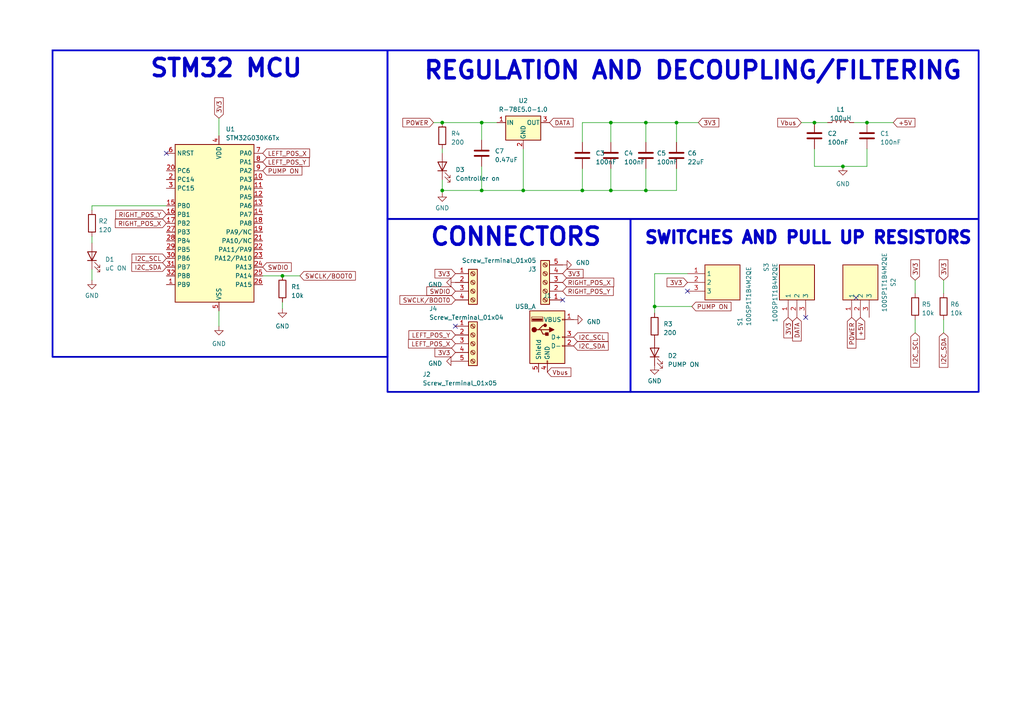
<source format=kicad_sch>
(kicad_sch (version 20230121) (generator eeschema)
  (paper "A4")
  (title_block (title "TEAM WHITE CONTROLLER") (rev "1"))
  (lib_symbols
    (symbol "100SP1T1B4M2QE:100SP1T1B4M2QE"
      (property "Reference" "S" (at 16.51 7.62 0))
      (property "Value" "100SP1T1B4M2QE" (at 16.51 5.08 0))
      (symbol "100SP1T1B4M2QE_1_1"
        (rectangle (start 5.08 2.54) (end 15.24 -7.62) (stroke (width 0.254)) (fill (type background)))
        (pin passive line (at 0 0 0) (length 5.08) (name "1") (number "1"))
        (pin passive line (at 0 -2.54 0) (length 5.08) (name "2") (number "2"))
        (pin passive line (at 0 -5.08 0) (length 5.08) (name "3") (number "3"))
      )
    )
    (symbol "Connector:Screw_Terminal_01x04" (pin_names (offset 1.016) hide)
      (property "Reference" "J" (at 0 5.08 0))
      (property "Value" "Screw_Terminal_01x04" (at 0 -7.62 0))
      (symbol "Screw_Terminal_01x04_1_1"
        (rectangle (start -1.27 3.81) (end 1.27 -6.35) (stroke (width 0.254)) (fill (type background)))
        (circle (center 0 -5.08) (radius 0.635) (stroke (width 0.1524)))
        (circle (center 0 -2.54) (radius 0.635) (stroke (width 0.1524)))
        (polyline (pts (xy -0.5334 -4.7498) (xy 0.3302 -5.588)) (stroke (width 0.1524)))
        (polyline (pts (xy -0.5334 -2.2098) (xy 0.3302 -3.048)) (stroke (width 0.1524)))
        (polyline (pts (xy -0.5334 0.3302) (xy 0.3302 -0.508)) (stroke (width 0.1524)))
        (polyline (pts (xy -0.5334 2.8702) (xy 0.3302 2.032)) (stroke (width 0.1524)))
        (polyline (pts (xy -0.3556 -4.572) (xy 0.508 -5.4102)) (stroke (width 0.1524)))
        (polyline (pts (xy -0.3556 -2.032) (xy 0.508 -2.8702)) (stroke (width 0.1524)))
        (polyline (pts (xy -0.3556 0.508) (xy 0.508 -0.3302)) (stroke (width 0.1524)))
        (polyline (pts (xy -0.3556 3.048) (xy 0.508 2.2098)) (stroke (width 0.1524)))
        (circle (center 0 0) (radius 0.635) (stroke (width 0.1524)))
        (circle (center 0 2.54) (radius 0.635) (stroke (width 0.1524)))
        (pin passive line (at -5.08 2.54 0) (length 3.81) (name "Pin_1") (number "1"))
        (pin passive line (at -5.08 0 0) (length 3.81) (name "Pin_2") (number "2"))
        (pin passive line (at -5.08 -2.54 0) (length 3.81) (name "Pin_3") (number "3"))
        (pin passive line (at -5.08 -5.08 0) (length 3.81) (name "Pin_4") (number "4"))
      )
    )
    (symbol "Connector:Screw_Terminal_01x05" (pin_names (offset 1.016) hide)
      (property "Reference" "J" (at 0 7.62 0))
      (property "Value" "Screw_Terminal_01x05" (at 0 -7.62 0))
      (symbol "Screw_Terminal_01x05_1_1"
        (rectangle (start -1.27 6.35) (end 1.27 -6.35) (stroke (width 0.254)) (fill (type background)))
        (circle (center 0 -5.08) (radius 0.635) (stroke (width 0.1524)))
        (circle (center 0 -2.54) (radius 0.635) (stroke (width 0.1524)))
        (polyline (pts (xy -0.5334 -4.7498) (xy 0.3302 -5.588)) (stroke (width 0.1524)))
        (polyline (pts (xy -0.5334 -2.2098) (xy 0.3302 -3.048)) (stroke (width 0.1524)))
        (polyline (pts (xy -0.5334 0.3302) (xy 0.3302 -0.508)) (stroke (width 0.1524)))
        (polyline (pts (xy -0.5334 2.8702) (xy 0.3302 2.032)) (stroke (width 0.1524)))
        (polyline (pts (xy -0.5334 5.4102) (xy 0.3302 4.572)) (stroke (width 0.1524)))
        (polyline (pts (xy -0.3556 -4.572) (xy 0.508 -5.4102)) (stroke (width 0.1524)))
        (polyline (pts (xy -0.3556 -2.032) (xy 0.508 -2.8702)) (stroke (width 0.1524)))
        (polyline (pts (xy -0.3556 0.508) (xy 0.508 -0.3302)) (stroke (width 0.1524)))
        (polyline (pts (xy -0.3556 3.048) (xy 0.508 2.2098)) (stroke (width 0.1524)))
        (polyline (pts (xy -0.3556 5.588) (xy 0.508 4.7498)) (stroke (width 0.1524)))
        (circle (center 0 0) (radius 0.635) (stroke (width 0.1524)))
        (circle (center 0 2.54) (radius 0.635) (stroke (width 0.1524)))
        (circle (center 0 5.08) (radius 0.635) (stroke (width 0.1524)))
        (pin passive line (at -5.08 5.08 0) (length 3.81) (name "Pin_1") (number "1"))
        (pin passive line (at -5.08 2.54 0) (length 3.81) (name "Pin_2") (number "2"))
        (pin passive line (at -5.08 0 0) (length 3.81) (name "Pin_3") (number "3"))
        (pin passive line (at -5.08 -2.54 0) (length 3.81) (name "Pin_4") (number "4"))
        (pin passive line (at -5.08 -5.08 0) (length 3.81) (name "Pin_5") (number "5"))
      )
    )
    (symbol "Connector:USB_A" (pin_names (offset 1.016))
      (property "Reference" "J" (at -5.08 11.43 0))
      (property "Value" "USB_A" (at -5.08 8.89 0))
      (symbol "USB_A_0_1"
        (rectangle (start -5.08 -7.62) (end 5.08 7.62) (stroke (width 0.254)) (fill (type background)))
        (circle (center -3.81 2.159) (radius 0.635) (stroke (width 0.254)) (fill (type outline)))
        (rectangle (start -1.524 4.826) (end -4.318 5.334) (fill (type outline)))
        (rectangle (start -1.27 4.572) (end -4.572 5.842))
        (circle (center -0.635 3.429) (radius 0.381) (stroke (width 0.254)) (fill (type outline)))
        (rectangle (start -0.127 -7.62) (end 0.127 -6.858))
        (polyline (pts (xy -3.175 2.159) (xy -2.54 2.159) (xy -1.27 3.429) (xy -0.635 3.429)) (stroke (width 0.254)))
        (polyline (pts (xy -2.54 2.159) (xy -1.905 2.159) (xy -1.27 0.889) (xy 0 0.889)) (stroke (width 0.254)))
        (polyline (pts (xy 0.635 2.794) (xy 0.635 1.524) (xy 1.905 2.159) (xy 0.635 2.794)) (stroke (width 0.254)) (fill (type outline)))
        (rectangle (start 0.254 1.27) (end -0.508 0.508) (stroke (width 0.254)) (fill (type outline)))
        (rectangle (start 5.08 -2.667) (end 4.318 -2.413))
        (rectangle (start 5.08 -0.127) (end 4.318 0.127))
        (rectangle (start 5.08 4.953) (end 4.318 5.207))
      )
      (symbol "USB_A_1_1"
        (polyline (pts (xy -1.905 2.159) (xy 0.635 2.159)) (stroke (width 0.254)))
        (pin power_in line (at 7.62 5.08 180) (length 2.54) (name "VBUS") (number "1"))
        (pin bidirectional line (at 7.62 -2.54 180) (length 2.54) (name "D-") (number "2"))
        (pin bidirectional line (at 7.62 0 180) (length 2.54) (name "D+") (number "3"))
        (pin power_in line (at 0 -10.16 90) (length 2.54) (name "GND") (number "4"))
        (pin passive line (at -2.54 -10.16 90) (length 2.54) (name "Shield") (number "5"))
      )
    )
    (symbol "Device:C" (pin_numbers hide) (pin_names (offset 0.254))
      (property "Reference" "C" (at 0.635 2.54 0))
      (property "Value" "C" (at 0.635 -2.54 0))
      (symbol "C_0_1"
        (polyline (pts (xy -2.032 -0.762) (xy 2.032 -0.762)) (stroke (width 0.508)))
        (polyline (pts (xy -2.032 0.762) (xy 2.032 0.762)) (stroke (width 0.508)))
      )
      (symbol "C_1_1"
        (pin passive line (at 0 3.81 270) (length 2.794) (name "~") (number "1"))
        (pin passive line (at 0 -3.81 90) (length 2.794) (name "~") (number "2"))
      )
    )
    (symbol "Device:L" (pin_numbers hide) (pin_names (offset 1.016) hide)
      (property "Reference" "L" (at -1.27 0 90))
      (property "Value" "L" (at 1.905 0 90))
      (symbol "L_0_1"
        (arc (start 0 -2.54) (mid 0.6323 -1.905) (end 0 -1.27))
        (arc (start 0 -1.27) (mid 0.6323 -0.635) (end 0 0))
        (arc (start 0 0) (mid 0.6323 0.635) (end 0 1.27))
        (arc (start 0 1.27) (mid 0.6323 1.905) (end 0 2.54))
      )
      (symbol "L_1_1"
        (pin passive line (at 0 3.81 270) (length 1.27) (name "1") (number "1"))
        (pin passive line (at 0 -3.81 90) (length 1.27) (name "2") (number "2"))
      )
    )
    (symbol "Device:LED" (pin_numbers hide) (pin_names (offset 1.016) hide)
      (property "Reference" "D" (at 0 2.54 0))
      (property "Value" "LED" (at 0 -2.54 0))
      (symbol "LED_0_1"
        (polyline (pts (xy -1.27 -1.27) (xy -1.27 1.27)) (stroke (width 0.254)))
        (polyline (pts (xy -1.27 0) (xy 1.27 0)))
        (polyline (pts (xy 1.27 -1.27) (xy 1.27 1.27) (xy -1.27 0) (xy 1.27 -1.27)) (stroke (width 0.254)))
        (polyline (pts (xy -3.048 -0.762) (xy -4.572 -2.286) (xy -3.81 -2.286) (xy -4.572 -2.286) (xy -4.572 -1.524)))
        (polyline (pts (xy -1.778 -0.762) (xy -3.302 -2.286) (xy -2.54 -2.286) (xy -3.302 -2.286) (xy -3.302 -1.524)))
      )
      (symbol "LED_1_1"
        (pin passive line (at -3.81 0 0) (length 2.54) (name "K") (number "1"))
        (pin passive line (at 3.81 0 180) (length 2.54) (name "A") (number "2"))
      )
    )
    (symbol "Device:R" (pin_numbers hide) (pin_names (offset 0))
      (property "Reference" "R" (at 2.032 0 90))
      (property "Value" "R" (at 0 0 90))
      (symbol "R_0_1"
        (rectangle (start -1.016 -2.54) (end 1.016 2.54) (stroke (width 0.254)))
      )
      (symbol "R_1_1"
        (pin passive line (at 0 3.81 270) (length 1.27) (name "~") (number "1"))
        (pin passive line (at 0 -3.81 90) (length 1.27) (name "~") (number "2"))
      )
    )
    (symbol "MCU_ST_STM32G0:STM32G030K6Tx"
      (property "Reference" "U" (at -10.16 24.13 0))
      (property "Value" "STM32G030K6Tx" (at 5.08 24.13 0))
      (symbol "STM32G030K6Tx_0_1"
        (rectangle (start -10.16 -22.86) (end 12.7 22.86) (stroke (width 0.254)) (fill (type background)))
      )
      (symbol "STM32G030K6Tx_1_1"
        (pin bidirectional line (at -12.7 -17.78 0) (length 2.54) (name "PB9") (number "1"))
        (pin bidirectional line (at 15.24 12.7 180) (length 2.54) (name "PA3") (number "10"))
        (pin bidirectional line (at 15.24 10.16 180) (length 2.54) (name "PA4") (number "11"))
        (pin bidirectional line (at 15.24 7.62 180) (length 2.54) (name "PA5") (number "12"))
        (pin bidirectional line (at 15.24 5.08 180) (length 2.54) (name "PA6") (number "13"))
        (pin bidirectional line (at 15.24 2.54 180) (length 2.54) (name "PA7") (number "14"))
        (pin bidirectional line (at -12.7 5.08 0) (length 2.54) (name "PB0") (number "15"))
        (pin bidirectional line (at -12.7 2.54 0) (length 2.54) (name "PB1") (number "16"))
        (pin bidirectional line (at -12.7 0 0) (length 2.54) (name "PB2") (number "17"))
        (pin bidirectional line (at 15.24 0 180) (length 2.54) (name "PA8") (number "18"))
        (pin bidirectional line (at 15.24 -2.54 180) (length 2.54) (name "PA9/NC") (number "19"))
        (pin bidirectional line (at -12.7 12.7 0) (length 2.54) (name "PC14") (number "2"))
        (pin bidirectional line (at -12.7 15.24 0) (length 2.54) (name "PC6") (number "20"))
        (pin bidirectional line (at 15.24 -5.08 180) (length 2.54) (name "PA10/NC") (number "21"))
        (pin bidirectional line (at 15.24 -7.62 180) (length 2.54) (name "PA11/PA9") (number "22"))
        (pin bidirectional line (at 15.24 -10.16 180) (length 2.54) (name "PA12/PA10") (number "23"))
        (pin bidirectional line (at 15.24 -12.7 180) (length 2.54) (name "PA13") (number "24"))
        (pin bidirectional line (at 15.24 -15.24 180) (length 2.54) (name "PA14") (number "25"))
        (pin bidirectional line (at 15.24 -17.78 180) (length 2.54) (name "PA15") (number "26"))
        (pin bidirectional line (at -12.7 -2.54 0) (length 2.54) (name "PB3") (number "27"))
        (pin bidirectional line (at -12.7 -5.08 0) (length 2.54) (name "PB4") (number "28"))
        (pin bidirectional line (at -12.7 -7.62 0) (length 2.54) (name "PB5") (number "29"))
        (pin bidirectional line (at -12.7 10.16 0) (length 2.54) (name "PC15") (number "3"))
        (pin bidirectional line (at -12.7 -10.16 0) (length 2.54) (name "PB6") (number "30"))
        (pin bidirectional line (at -12.7 -12.7 0) (length 2.54) (name "PB7") (number "31"))
        (pin bidirectional line (at -12.7 -15.24 0) (length 2.54) (name "PB8") (number "32"))
        (pin power_in line (at 2.54 25.4 270) (length 2.54) (name "VDD") (number "4"))
        (pin power_in line (at 2.54 -25.4 90) (length 2.54) (name "VSS") (number "5"))
        (pin input line (at -12.7 20.32 0) (length 2.54) (name "NRST") (number "6"))
        (pin bidirectional line (at 15.24 20.32 180) (length 2.54) (name "PA0") (number "7"))
        (pin bidirectional line (at 15.24 17.78 180) (length 2.54) (name "PA1") (number "8"))
        (pin bidirectional line (at 15.24 15.24 180) (length 2.54) (name "PA2") (number "9"))
      )
    )
    (symbol "Regulator_Switching:R-78E5.0-1.0" (pin_names (offset 0.254))
      (property "Reference" "U" (at -3.81 3.175 0))
      (property "Value" "R-78E5.0-1.0" (at 0 3.175 0))
      (symbol "R-78E5.0-1.0_0_1"
        (rectangle (start -5.08 1.905) (end 5.08 -5.08) (stroke (width 0.254)) (fill (type background)))
      )
      (symbol "R-78E5.0-1.0_1_1"
        (pin power_in line (at -7.62 0 0) (length 2.54) (name "IN") (number "1"))
        (pin power_in line (at 0 -7.62 90) (length 2.54) (name "GND") (number "2"))
        (pin power_out line (at 7.62 0 180) (length 2.54) (name "OUT") (number "3"))
      )
    )
    (symbol "power:GND" (power) (pin_names (offset 0))
      (property "Value" "GND" (at 0 -3.81 0))
      (symbol "GND_0_1"
        (polyline (pts (xy 0 0) (xy 0 -1.27) (xy 1.27 -1.27) (xy 0 -2.54) (xy -1.27 -1.27) (xy 0 -1.27)))
      )
      (symbol "GND_1_1"
        (pin power_in line (at 0 0 270) (length 0) hide (name "GND") (number "1"))
      )
    )
  )
  (junction (at 251.46 35.56))
  (junction (at 151.765 55.245))
  (junction (at 128.27 35.56))
  (junction (at 128.27 55.245))
  (junction (at 187.325 35.56))
  (junction (at 139.7 35.56))
  (junction (at 177.165 55.245))
  (junction (at 244.475 48.26))
  (junction (at 236.22 35.56))
  (junction (at 168.91 55.245))
  (junction (at 81.915 80.01))
  (junction (at 196.215 35.56))
  (junction (at 177.165 35.56))
  (junction (at 187.325 55.245))
  (junction (at 139.7 55.245))
  (junction (at 189.865 88.9))
  (no_connect (at 248.285 86.36))
  (no_connect (at 199.39 84.455))
  (no_connect (at 48.26 44.45))
  (no_connect (at 163.195 86.995))
  (no_connect (at 132.08 94.615))
  (no_connect (at 233.68 92.075))
  (wire (pts (xy 273.685 92.71) (xy 273.685 96.52)))
  (wire (pts (xy 189.865 79.375) (xy 199.39 79.375)))
  (wire (pts (xy 232.41 35.56) (xy 236.22 35.56)))
  (wire (pts (xy 251.46 43.18) (xy 251.46 48.26)))
  (wire (pts (xy 187.325 55.245) (xy 196.215 55.245)))
  (wire (pts (xy 265.43 92.71) (xy 265.43 96.52)))
  (wire (pts (xy 187.325 48.895) (xy 187.325 55.245)))
  (wire (pts (xy 139.7 55.245) (xy 128.27 55.245)))
  (wire (pts (xy 76.2 80.01) (xy 81.915 80.01)))
  (wire (pts (xy 26.67 59.69) (xy 48.26 59.69)))
  (wire (pts (xy 236.22 35.56) (xy 240.03 35.56)))
  (wire (pts (xy 244.475 48.26) (xy 236.22 48.26)))
  (wire (pts (xy 81.915 80.01) (xy 86.995 80.01)))
  (wire (pts (xy 273.685 81.28) (xy 273.685 85.09)))
  (wire (pts (xy 177.165 48.895) (xy 177.165 55.245)))
  (wire (pts (xy 189.865 88.9) (xy 200.66 88.9)))
  (wire (pts (xy 125.73 35.56) (xy 128.27 35.56)))
  (wire (pts (xy 196.215 48.895) (xy 196.215 55.245)))
  (wire (pts (xy 26.67 60.96) (xy 26.67 59.69)))
  (wire (pts (xy 265.43 81.28) (xy 265.43 85.09)))
  (wire (pts (xy 63.5 34.29) (xy 63.5 39.37)))
  (wire (pts (xy 236.22 48.26) (xy 236.22 43.18)))
  (wire (pts (xy 81.915 87.63) (xy 81.915 89.535)))
  (wire (pts (xy 247.65 35.56) (xy 251.46 35.56)))
  (wire (pts (xy 168.91 35.56) (xy 177.165 35.56)))
  (wire (pts (xy 189.865 88.9) (xy 189.865 90.805)))
  (wire (pts (xy 139.7 35.56) (xy 139.7 40.64)))
  (wire (pts (xy 187.325 35.56) (xy 196.215 35.56)))
  (wire (pts (xy 26.67 78.105) (xy 26.67 81.28)))
  (wire (pts (xy 189.865 79.375) (xy 189.865 88.9)))
  (wire (pts (xy 128.27 43.18) (xy 128.27 44.45)))
  (wire (pts (xy 128.27 35.56) (xy 139.7 35.56)))
  (wire (pts (xy 177.165 35.56) (xy 187.325 35.56)))
  (wire (pts (xy 168.91 48.895) (xy 168.91 55.245)))
  (wire (pts (xy 177.165 35.56) (xy 177.165 41.275)))
  (wire (pts (xy 128.27 52.07) (xy 128.27 55.245)))
  (wire (pts (xy 151.765 43.18) (xy 151.765 55.245)))
  (wire (pts (xy 177.165 55.245) (xy 187.325 55.245)))
  (wire (pts (xy 168.91 55.245) (xy 177.165 55.245)))
  (wire (pts (xy 251.46 48.26) (xy 244.475 48.26)))
  (wire (pts (xy 151.765 55.245) (xy 139.7 55.245)))
  (wire (pts (xy 26.67 68.58) (xy 26.67 70.485)))
  (wire (pts (xy 251.46 35.56) (xy 259.08 35.56)))
  (wire (pts (xy 128.27 55.245) (xy 128.27 55.88)))
  (wire (pts (xy 139.7 48.26) (xy 139.7 55.245)))
  (wire (pts (xy 196.215 35.56) (xy 196.215 41.275)))
  (wire (pts (xy 139.7 35.56) (xy 144.145 35.56)))
  (wire (pts (xy 63.5 90.17) (xy 63.5 94.615)))
  (wire (pts (xy 168.91 35.56) (xy 168.91 41.275)))
  (wire (pts (xy 196.215 35.56) (xy 202.565 35.56)))
  (wire (pts (xy 151.765 55.245) (xy 168.91 55.245)))
  (wire (pts (xy 187.325 35.56) (xy 187.325 41.275)))
  (rectangle (start 112.395 14.605) (end 283.845 63.5) (stroke (width 0.5)))
  (rectangle (start 15.24 14.605) (end 112.395 103.505) (stroke (width 0.5)))
  (rectangle (start 112.395 63.5) (end 182.88 113.665) (stroke (width 0.5)))
  (rectangle (start 182.88 63.5) (end 283.845 113.665) (stroke (width 0.5)))
  (text "REGULATION AND DECOUPLING/FILTERING" (at 122.555 23.495 0) (effects (font (size 5 5) bold) (justify left bottom)))
  (text "CONNECTORS" (at 124.46 71.755 0) (effects (font (size 5 5) (thickness 1) bold) (justify left bottom)))
  (text "SWITCHES AND PULL UP RESISTORS" (at 186.69 71.12 0) (effects (font (size 3.5 3.5) (thickness 1) bold) (justify left bottom)))
  (text "STM32 MCU" (at 43.18 22.86 0) (effects (font (size 5 5) (thickness 1) bold) (justify left bottom)))
  (global_label "I2C_SCL" (shape input) (at 48.26 74.93 180) (property "Intersheetrefs" "${INTERSHEET_REFS}" (effects hide)))
  (global_label "3V3" (shape input) (at 273.685 81.28 90) (property "Intersheetrefs" "${INTERSHEET_REFS}" (effects hide)))
  (global_label "3V3" (shape input) (at 132.08 102.235 180) (property "Intersheetrefs" "${INTERSHEET_REFS}" (effects hide)))
  (global_label "SWCLK{slash}BOOT0" (shape input) (at 132.08 86.995 180) (property "Intersheetrefs" "${INTERSHEET_REFS}" (effects hide)))
  (global_label "Vbus" (shape input) (at 232.41 35.56 180) (property "Intersheetrefs" "${INTERSHEET_REFS}" (effects hide)))
  (global_label "3V3" (shape input) (at 199.39 81.915 180) (property "Intersheetrefs" "${INTERSHEET_REFS}" (effects hide)))
  (global_label "I2C_SCL" (shape input) (at 166.37 97.79 0) (property "Intersheetrefs" "${INTERSHEET_REFS}" (effects hide)))
  (global_label "LEFT_POS_Y" (shape input) (at 76.2 46.99 0) (property "Intersheetrefs" "${INTERSHEET_REFS}" (effects hide)))
  (global_label "3V3" (shape input) (at 163.195 79.375 0) (property "Intersheetrefs" "${INTERSHEET_REFS}" (effects hide)))
  (global_label "RIGHT_POS_Y" (shape input) (at 48.26 62.23 180) (property "Intersheetrefs" "${INTERSHEET_REFS}" (effects hide)))
  (global_label "SWDIO" (shape input) (at 76.2 77.47 0) (property "Intersheetrefs" "${INTERSHEET_REFS}" (effects hide)))
  (global_label "I2C_SDA" (shape input) (at 166.37 100.33 0) (property "Intersheetrefs" "${INTERSHEET_REFS}" (effects hide)))
  (global_label "POWER" (shape input) (at 125.73 35.56 180) (property "Intersheetrefs" "${INTERSHEET_REFS}" (effects hide)))
  (global_label "RIGHT_POS_Y" (shape input) (at 163.195 84.455 0) (property "Intersheetrefs" "${INTERSHEET_REFS}" (effects hide)))
  (global_label "LEFT_POS_X" (shape input) (at 132.08 99.695 180) (property "Intersheetrefs" "${INTERSHEET_REFS}" (effects hide)))
  (global_label "PUMP ON" (shape input) (at 76.2 49.53 0) (property "Intersheetrefs" "${INTERSHEET_REFS}" (effects hide)))
  (global_label "3V3" (shape input) (at 132.08 79.375 180) (property "Intersheetrefs" "${INTERSHEET_REFS}" (effects hide)))
  (global_label "I2C_SCL" (shape input) (at 265.43 96.52 270) (property "Intersheetrefs" "${INTERSHEET_REFS}" (effects hide)))
  (global_label "PUMP ON" (shape input) (at 200.66 88.9 0) (property "Intersheetrefs" "${INTERSHEET_REFS}" (effects hide)))
  (global_label "LEFT_POS_X" (shape input) (at 76.2 44.45 0) (property "Intersheetrefs" "${INTERSHEET_REFS}" (effects hide)))
  (global_label "+5V" (shape input) (at 249.555 92.075 270) (property "Intersheetrefs" "${INTERSHEET_REFS}" (effects hide)))
  (global_label "3V3" (shape input) (at 63.5 34.29 90) (property "Intersheetrefs" "${INTERSHEET_REFS}" (effects hide)))
  (global_label "DATA" (shape input) (at 159.385 35.56 0) (property "Intersheetrefs" "${INTERSHEET_REFS}" (effects hide)))
  (global_label "LEFT_POS_Y" (shape input) (at 132.08 97.155 180) (property "Intersheetrefs" "${INTERSHEET_REFS}" (effects hide)))
  (global_label "RIGHT_POS_X" (shape input) (at 48.26 64.77 180) (property "Intersheetrefs" "${INTERSHEET_REFS}" (effects hide)))
  (global_label "I2C_SDA" (shape input) (at 48.26 77.47 180) (property "Intersheetrefs" "${INTERSHEET_REFS}" (effects hide)))
  (global_label "SWCLK{slash}BOOT0" (shape input) (at 86.995 80.01 0) (property "Intersheetrefs" "${INTERSHEET_REFS}" (effects hide)))
  (global_label "SWDIO" (shape input) (at 132.08 84.455 180) (property "Intersheetrefs" "${INTERSHEET_REFS}" (effects hide)))
  (global_label "I2C_SDA" (shape input) (at 273.685 96.52 270) (property "Intersheetrefs" "${INTERSHEET_REFS}" (effects hide)))
  (global_label "3V3" (shape input) (at 228.6 92.075 270) (property "Intersheetrefs" "${INTERSHEET_REFS}" (effects hide)))
  (global_label "Vbus" (shape input) (at 158.75 107.95 0) (property "Intersheetrefs" "${INTERSHEET_REFS}" (effects hide)))
  (global_label "3V3" (shape input) (at 265.43 81.28 90) (property "Intersheetrefs" "${INTERSHEET_REFS}" (effects hide)))
  (global_label "RIGHT_POS_X" (shape input) (at 163.195 81.915 0) (property "Intersheetrefs" "${INTERSHEET_REFS}" (effects hide)))
  (global_label "3V3" (shape input) (at 202.565 35.56 0) (property "Intersheetrefs" "${INTERSHEET_REFS}" (effects hide)))
  (global_label "+5V" (shape input) (at 259.08 35.56 0) (property "Intersheetrefs" "${INTERSHEET_REFS}" (effects hide)))
  (global_label "POWER" (shape input) (at 247.015 92.075 270) (property "Intersheetrefs" "${INTERSHEET_REFS}" (effects hide)))
  (global_label "DATA" (shape input) (at 231.14 92.075 270) (property "Intersheetrefs" "${INTERSHEET_REFS}" (effects hide)))
  (symbol (lib_id "100SP1T1B4M2QE:100SP1T1B4M2QE") (at 228.6 92.075 90) (unit 1)
    (property "Reference" "S3" (at 222.25 76.2 0) (effects (justify right)))
    (property "Value" "100SP1T1B4M2QE" (at 224.79 76.2 0) (effects (justify right)))
    (property "Footprint" "100SP1T1B4M2QE:100SP1T1B4M2QE" (effects hide))
    (property "Datasheet" "http://spec_sheets.e-switch.com/specs/T111597.pdf" (effects hide))
    (property "Height" "28" (effects hide))
    (property "Manufacturer_Name" "E-Switch" (effects hide))
    (property "Manufacturer_Part_Number" "100SP1T1B4M2QE" (effects hide))
    (property "Mouser Part Number" "612-100-A1421" (effects hide))
    (property "Mouser Price/Stock" "https://www.mouser.co.uk/ProductDetail/E-Switch/100SP1T1B4M2QE?qs=YXf4ACKMM4xJ0mJK%2FyIa1g%3D%3D" (effects hide))
  )
  (symbol (lib_id "Device:R") (at 26.67 64.77 0) (unit 1)
    (property "Reference" "R2" (at 28.575 64.135 0) (effects (justify left)))
    (property "Value" "120" (at 28.575 66.675 0) (effects (justify left)))
    (property "Footprint" "Resistor_SMD:R_0603_1608Metric" (effects hide))
  )
  (symbol (lib_id "power:GND") (at 244.475 48.26 0) (unit 1)
    (property "Reference" "#PWR07" (effects hide))
    (property "Value" "GND" (at 244.475 53.34 0))
  )
  (symbol (lib_id "Regulator_Switching:R-78E5.0-1.0") (at 151.765 35.56 0) (unit 1)
    (property "Reference" "U2" (at 151.765 29.21 0))
    (property "Value" "R-78E5.0-1.0" (at 151.765 31.75 0))
    (property "Footprint" "Package_TO_SOT_SMD:SOT-223" (effects hide))
    (property "Datasheet" "https://www.recom-power.com/pdf/Innoline/R-78Exx-1.0.pdf" (effects hide))
  )
  (symbol (lib_id "Device:C") (at 168.91 45.085 0) (unit 1)
    (property "Reference" "C3" (at 172.72 44.45 0) (effects (justify left)))
    (property "Value" "100nF" (at 172.72 46.99 0) (effects (justify left)))
    (property "Footprint" "Capacitor_SMD:C_0603_1608Metric" (effects hide))
  )
  (symbol (lib_id "Device:LED") (at 189.865 102.235 90) (unit 1)
    (property "Reference" "D2" (at 193.675 103.1875 90) (effects (justify right)))
    (property "Value" "PUMP ON" (at 193.675 105.7275 90) (effects (justify right)))
    (property "Footprint" "LED_THT:LED_D5.0mm" (effects hide))
  )
  (symbol (lib_id "Device:C") (at 177.165 45.085 0) (unit 1)
    (property "Reference" "C4" (at 180.975 44.45 0) (effects (justify left)))
    (property "Value" "100nF" (at 180.975 46.99 0) (effects (justify left)))
    (property "Footprint" "Capacitor_SMD:C_0603_1608Metric" (effects hide))
  )
  (symbol (lib_id "power:GND") (at 163.195 76.835 90) (unit 1)
    (property "Reference" "#PWR05" (effects hide))
    (property "Value" "GND" (at 167.005 76.2 90) (effects (justify right)))
  )
  (symbol (lib_id "Device:LED") (at 26.67 74.295 90) (unit 1)
    (property "Reference" "D1" (at 30.48 75.2475 90) (effects (justify right)))
    (property "Value" "uC ON" (at 30.48 77.7875 90) (effects (justify right)))
    (property "Footprint" "LED_THT:LED_D5.0mm" (effects hide))
  )
  (symbol (lib_id "power:GND") (at 189.865 106.045 0) (unit 1)
    (property "Reference" "#PWR08" (effects hide))
    (property "Value" "GND" (at 189.865 110.49 0))
  )
  (symbol (lib_id "Device:C") (at 236.22 39.37 0) (unit 1)
    (property "Reference" "C2" (at 240.03 38.735 0) (effects (justify left)))
    (property "Value" "100nF" (at 240.03 41.275 0) (effects (justify left)))
    (property "Footprint" "Capacitor_SMD:C_0603_1608Metric" (effects hide))
  )
  (symbol (lib_id "Device:L") (at 243.84 35.56 90) (unit 1)
    (property "Reference" "L1" (at 243.84 31.75 90))
    (property "Value" "100uH" (at 243.84 34.29 90))
    (property "Footprint" "Inductor_SMD:L_1210_3225Metric" (effects hide))
  )
  (symbol (lib_id "Device:LED") (at 128.27 48.26 90) (unit 1)
    (property "Reference" "D3" (at 132.08 49.2125 90) (effects (justify right)))
    (property "Value" "Controller on" (at 132.08 51.7525 90) (effects (justify right)))
    (property "Footprint" "LED_THT:LED_D5.0mm" (effects hide))
  )
  (symbol (lib_id "power:GND") (at 132.08 81.915 270) (unit 1)
    (property "Reference" "#PWR010" (effects hide))
    (property "Value" "GND" (at 128.27 82.55 90) (effects (justify right)))
  )
  (symbol (lib_id "Device:R") (at 273.685 88.9 0) (unit 1)
    (property "Reference" "R6" (at 275.59 88.265 0) (effects (justify left)))
    (property "Value" "10k" (at 275.59 90.805 0) (effects (justify left)))
    (property "Footprint" "Resistor_SMD:R_0603_1608Metric" (effects hide))
  )
  (symbol (lib_id "Device:R") (at 128.27 39.37 0) (unit 1)
    (property "Reference" "R4" (at 130.81 38.735 0) (effects (justify left)))
    (property "Value" "200" (at 130.81 41.275 0) (effects (justify left)))
    (property "Footprint" "Resistor_SMD:R_0603_1608Metric" (effects hide))
  )
  (symbol (lib_id "MCU_ST_STM32G0:STM32G030K6Tx") (at 60.96 64.77 0) (unit 1)
    (property "Reference" "U1" (at 65.4559 37.465 0) (effects (justify left)))
    (property "Value" "STM32G030K6Tx" (at 65.4559 40.005 0) (effects (justify left)))
    (property "Footprint" "Package_QFP:LQFP-32_7x7mm_P0.8mm" (effects hide))
    (property "Datasheet" "https://www.st.com/resource/en/datasheet/stm32g030k6.pdf" (effects hide))
  )
  (symbol (lib_id "power:GND") (at 63.5 94.615 0) (unit 1)
    (property "Reference" "#PWR01" (effects hide))
    (property "Value" "GND" (at 63.5 99.695 0))
  )
  (symbol (lib_id "power:GND") (at 132.08 104.775 270) (unit 1)
    (property "Reference" "#PWR04" (effects hide))
    (property "Value" "GND" (at 128.27 105.41 90) (effects (justify right)))
  )
  (symbol (lib_id "100SP1T1B4M2QE:100SP1T1B4M2QE") (at 199.39 79.375 0) (unit 1)
    (property "Reference" "S1" (at 214.63 94.615 90) (effects (justify left)))
    (property "Value" "100SP1T1B4M2QE" (at 217.17 94.615 90) (effects (justify left)))
    (property "Footprint" "100SP1T1B4M2QE:100SP1T1B4M2QE" (effects hide))
    (property "Datasheet" "http://spec_sheets.e-switch.com/specs/T111597.pdf" (effects hide))
    (property "Height" "28" (effects hide))
    (property "Manufacturer_Name" "E-Switch" (effects hide))
    (property "Manufacturer_Part_Number" "100SP1T1B4M2QE" (effects hide))
    (property "Mouser Part Number" "612-100-A1421" (effects hide))
    (property "Mouser Price/Stock" "https://www.mouser.co.uk/ProductDetail/E-Switch/100SP1T1B4M2QE?qs=YXf4ACKMM4xJ0mJK%2FyIa1g%3D%3D" (effects hide))
  )
  (symbol (lib_id "Connector:Screw_Terminal_01x04") (at 137.16 81.915 0) (unit 1)
    (property "Reference" "J4" (at 124.46 89.535 0) (effects (justify left)))
    (property "Value" "Screw_Terminal_01x04" (at 124.46 92.075 0) (effects (justify left)))
    (property "Footprint" "Connector_PinHeader_2.54mm:PinHeader_1x04_P2.54mm_Horizontal" (effects hide))
  )
  (symbol (lib_id "Device:C") (at 187.325 45.085 0) (unit 1)
    (property "Reference" "C5" (at 190.5 44.45 0) (effects (justify left)))
    (property "Value" "100nF" (at 190.5 46.99 0) (effects (justify left)))
    (property "Footprint" "Capacitor_SMD:C_0603_1608Metric" (effects hide))
  )
  (symbol (lib_id "Device:R") (at 81.915 83.82 0) (unit 1)
    (property "Reference" "R1" (at 84.455 83.185 0) (effects (justify left)))
    (property "Value" "10k" (at 84.455 85.725 0) (effects (justify left)))
    (property "Footprint" "Resistor_SMD:R_0603_1608Metric" (effects hide))
  )
  (symbol (lib_id "power:GND") (at 128.27 55.88 0) (unit 1)
    (property "Reference" "#PWR09" (effects hide))
    (property "Value" "GND" (at 128.27 60.325 0))
  )
  (symbol (lib_id "Device:C") (at 139.7 44.45 0) (unit 1)
    (property "Reference" "C7" (at 143.51 43.815 0) (effects (justify left)))
    (property "Value" "0.47uF" (at 143.51 46.355 0) (effects (justify left)))
    (property "Footprint" "Capacitor_SMD:C_0603_1608Metric" (effects hide))
  )
  (symbol (lib_id "power:GND") (at 166.37 92.71 90) (unit 1)
    (property "Reference" "#PWR02" (effects hide))
    (property "Value" "GND" (at 170.18 93.345 90) (effects (justify right)))
  )
  (symbol (lib_id "Device:R") (at 189.865 94.615 0) (unit 1)
    (property "Reference" "R3" (at 192.405 93.98 0) (effects (justify left)))
    (property "Value" "200" (at 192.405 96.52 0) (effects (justify left)))
    (property "Footprint" "Resistor_SMD:R_0603_1608Metric" (effects hide))
  )
  (symbol (lib_id "power:GND") (at 26.67 81.28 0) (unit 1)
    (property "Reference" "#PWR06" (effects hide))
    (property "Value" "GND" (at 26.67 85.725 0))
  )
  (symbol (lib_id "power:GND") (at 81.915 89.535 0) (unit 1)
    (property "Reference" "#PWR03" (effects hide))
    (property "Value" "GND" (at 81.915 94.615 0))
  )
  (symbol (lib_id "Device:R") (at 265.43 88.9 0) (unit 1)
    (property "Reference" "R5" (at 267.335 88.265 0) (effects (justify left)))
    (property "Value" "10k" (at 267.335 90.805 0) (effects (justify left)))
    (property "Footprint" "Resistor_SMD:R_0603_1608Metric" (effects hide))
  )
  (symbol (lib_id "Device:C") (at 251.46 39.37 0) (unit 1)
    (property "Reference" "C1" (at 255.27 38.735 0) (effects (justify left)))
    (property "Value" "100nF" (at 255.27 41.275 0) (effects (justify left)))
    (property "Footprint" "Capacitor_SMD:C_0603_1608Metric" (effects hide))
  )
  (symbol (lib_id "Device:C") (at 196.215 45.085 0) (unit 1)
    (property "Reference" "C6" (at 199.39 44.45 0) (effects (justify left)))
    (property "Value" "22uF" (at 199.39 46.99 0) (effects (justify left)))
    (property "Footprint" "Capacitor_SMD:C_0805_2012Metric" (effects hide))
  )
  (symbol (lib_id "Connector:USB_A") (at 158.75 97.79 0) (unit 1)
    (property "Reference" "J1" (at 158.75 85.725 0))
    (property "Value" "USB_A" (at 152.4 88.9 0))
    (property "Footprint" "61400416021:USB-2.0-TYPE-A" (effects hide))
    (property "Datasheet" " ~" (effects hide))
  )
  (symbol (lib_id "100SP1T1B4M2QE:100SP1T1B4M2QE") (at 247.015 92.075 90) (unit 1)
    (property "Reference" "S2" (at 259.08 81.915 0))
    (property "Value" "100SP1T1B4M2QE" (at 256.54 81.915 0))
    (property "Footprint" "100SP1T1B4M2QE:100SP1T1B4M2QE" (effects hide))
    (property "Datasheet" "http://spec_sheets.e-switch.com/specs/T111597.pdf" (effects hide))
    (property "Height" "28" (effects hide))
    (property "Manufacturer_Name" "E-Switch" (effects hide))
    (property "Manufacturer_Part_Number" "100SP1T1B4M2QE" (effects hide))
    (property "Mouser Part Number" "612-100-A1421" (effects hide))
    (property "Mouser Price/Stock" "https://www.mouser.co.uk/ProductDetail/E-Switch/100SP1T1B4M2QE?qs=YXf4ACKMM4xJ0mJK%2FyIa1g%3D%3D" (effects hide))
  )
  (symbol (lib_id "Connector:Screw_Terminal_01x05") (at 158.115 81.915 180) (unit 1)
    (property "Reference" "J3" (at 155.575 78.105 0) (effects (justify left)))
    (property "Value" "Screw_Terminal_01x05" (at 155.575 75.565 0) (effects (justify left)))
    (property "Footprint" "Connector_PinSocket_2.54mm:PinSocket_1x05_P2.54mm_Horizontal" (effects hide))
  )
  (symbol (lib_id "Connector:Screw_Terminal_01x05") (at 137.16 99.695 0) (unit 1)
    (property "Reference" "J2" (at 122.555 108.585 0) (effects (justify left)))
    (property "Value" "Screw_Terminal_01x05" (at 122.555 111.125 0) (effects (justify left)))
    (property "Footprint" "Connector_PinSocket_2.54mm:PinSocket_1x05_P2.54mm_Horizontal" (effects hide))
  )
)
</source>
